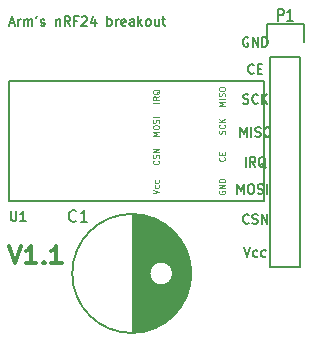
<source format=gto>
G04 #@! TF.FileFunction,Legend,Top*
%FSLAX46Y46*%
G04 Gerber Fmt 4.6, Leading zero omitted, Abs format (unit mm)*
G04 Created by KiCad (PCBNEW 4.0.1-stable) date 2016 July 16, Saturday 18:17:22*
%MOMM*%
G01*
G04 APERTURE LIST*
%ADD10C,0.100000*%
%ADD11C,0.200000*%
%ADD12C,0.300000*%
%ADD13C,0.150000*%
%ADD14C,0.125000*%
G04 APERTURE END LIST*
D10*
D11*
X133147618Y-105543333D02*
X133528570Y-105543333D01*
X133071427Y-105771905D02*
X133338094Y-104971905D01*
X133604761Y-105771905D01*
X133871427Y-105771905D02*
X133871427Y-105238571D01*
X133871427Y-105390952D02*
X133909522Y-105314762D01*
X133947618Y-105276667D01*
X134023808Y-105238571D01*
X134099999Y-105238571D01*
X134366665Y-105771905D02*
X134366665Y-105238571D01*
X134366665Y-105314762D02*
X134404760Y-105276667D01*
X134480951Y-105238571D01*
X134595237Y-105238571D01*
X134671427Y-105276667D01*
X134709522Y-105352857D01*
X134709522Y-105771905D01*
X134709522Y-105352857D02*
X134747618Y-105276667D01*
X134823808Y-105238571D01*
X134938094Y-105238571D01*
X135014284Y-105276667D01*
X135052379Y-105352857D01*
X135052379Y-105771905D01*
X135471427Y-104971905D02*
X135395237Y-105124286D01*
X135776189Y-105733810D02*
X135852379Y-105771905D01*
X136004760Y-105771905D01*
X136080951Y-105733810D01*
X136119046Y-105657619D01*
X136119046Y-105619524D01*
X136080951Y-105543333D01*
X136004760Y-105505238D01*
X135890475Y-105505238D01*
X135814284Y-105467143D01*
X135776189Y-105390952D01*
X135776189Y-105352857D01*
X135814284Y-105276667D01*
X135890475Y-105238571D01*
X136004760Y-105238571D01*
X136080951Y-105276667D01*
X137071427Y-105238571D02*
X137071427Y-105771905D01*
X137071427Y-105314762D02*
X137109522Y-105276667D01*
X137185713Y-105238571D01*
X137299999Y-105238571D01*
X137376189Y-105276667D01*
X137414284Y-105352857D01*
X137414284Y-105771905D01*
X138252380Y-105771905D02*
X137985713Y-105390952D01*
X137795237Y-105771905D02*
X137795237Y-104971905D01*
X138099999Y-104971905D01*
X138176190Y-105010000D01*
X138214285Y-105048095D01*
X138252380Y-105124286D01*
X138252380Y-105238571D01*
X138214285Y-105314762D01*
X138176190Y-105352857D01*
X138099999Y-105390952D01*
X137795237Y-105390952D01*
X138861904Y-105352857D02*
X138595237Y-105352857D01*
X138595237Y-105771905D02*
X138595237Y-104971905D01*
X138976190Y-104971905D01*
X139242856Y-105048095D02*
X139280951Y-105010000D01*
X139357142Y-104971905D01*
X139547618Y-104971905D01*
X139623808Y-105010000D01*
X139661904Y-105048095D01*
X139699999Y-105124286D01*
X139699999Y-105200476D01*
X139661904Y-105314762D01*
X139204761Y-105771905D01*
X139699999Y-105771905D01*
X140385713Y-105238571D02*
X140385713Y-105771905D01*
X140195237Y-104933810D02*
X140004761Y-105505238D01*
X140499999Y-105505238D01*
X141414285Y-105771905D02*
X141414285Y-104971905D01*
X141414285Y-105276667D02*
X141490476Y-105238571D01*
X141642857Y-105238571D01*
X141719047Y-105276667D01*
X141757142Y-105314762D01*
X141795238Y-105390952D01*
X141795238Y-105619524D01*
X141757142Y-105695714D01*
X141719047Y-105733810D01*
X141642857Y-105771905D01*
X141490476Y-105771905D01*
X141414285Y-105733810D01*
X142138095Y-105771905D02*
X142138095Y-105238571D01*
X142138095Y-105390952D02*
X142176190Y-105314762D01*
X142214286Y-105276667D01*
X142290476Y-105238571D01*
X142366667Y-105238571D01*
X142938095Y-105733810D02*
X142861905Y-105771905D01*
X142709524Y-105771905D01*
X142633333Y-105733810D01*
X142595238Y-105657619D01*
X142595238Y-105352857D01*
X142633333Y-105276667D01*
X142709524Y-105238571D01*
X142861905Y-105238571D01*
X142938095Y-105276667D01*
X142976190Y-105352857D01*
X142976190Y-105429048D01*
X142595238Y-105505238D01*
X143661904Y-105771905D02*
X143661904Y-105352857D01*
X143623809Y-105276667D01*
X143547619Y-105238571D01*
X143395238Y-105238571D01*
X143319047Y-105276667D01*
X143661904Y-105733810D02*
X143585714Y-105771905D01*
X143395238Y-105771905D01*
X143319047Y-105733810D01*
X143280952Y-105657619D01*
X143280952Y-105581429D01*
X143319047Y-105505238D01*
X143395238Y-105467143D01*
X143585714Y-105467143D01*
X143661904Y-105429048D01*
X144042857Y-105771905D02*
X144042857Y-104971905D01*
X144119048Y-105467143D02*
X144347619Y-105771905D01*
X144347619Y-105238571D02*
X144042857Y-105543333D01*
X144804762Y-105771905D02*
X144728571Y-105733810D01*
X144690476Y-105695714D01*
X144652381Y-105619524D01*
X144652381Y-105390952D01*
X144690476Y-105314762D01*
X144728571Y-105276667D01*
X144804762Y-105238571D01*
X144919048Y-105238571D01*
X144995238Y-105276667D01*
X145033333Y-105314762D01*
X145071429Y-105390952D01*
X145071429Y-105619524D01*
X145033333Y-105695714D01*
X144995238Y-105733810D01*
X144919048Y-105771905D01*
X144804762Y-105771905D01*
X145757143Y-105238571D02*
X145757143Y-105771905D01*
X145414286Y-105238571D02*
X145414286Y-105657619D01*
X145452381Y-105733810D01*
X145528572Y-105771905D01*
X145642858Y-105771905D01*
X145719048Y-105733810D01*
X145757143Y-105695714D01*
X146023810Y-105238571D02*
X146328572Y-105238571D01*
X146138096Y-104971905D02*
X146138096Y-105657619D01*
X146176191Y-105733810D01*
X146252382Y-105771905D01*
X146328572Y-105771905D01*
D12*
X133096286Y-124400571D02*
X133596286Y-125900571D01*
X134096286Y-124400571D01*
X135382000Y-125900571D02*
X134524857Y-125900571D01*
X134953429Y-125900571D02*
X134953429Y-124400571D01*
X134810572Y-124614857D01*
X134667714Y-124757714D01*
X134524857Y-124829143D01*
X136024857Y-125757714D02*
X136096285Y-125829143D01*
X136024857Y-125900571D01*
X135953428Y-125829143D01*
X136024857Y-125757714D01*
X136024857Y-125900571D01*
X137524857Y-125900571D02*
X136667714Y-125900571D01*
X137096286Y-125900571D02*
X137096286Y-124400571D01*
X136953429Y-124614857D01*
X136810571Y-124757714D01*
X136667714Y-124829143D01*
D11*
X153314477Y-106788000D02*
X153238286Y-106749905D01*
X153124001Y-106749905D01*
X153009715Y-106788000D01*
X152933524Y-106864190D01*
X152895429Y-106940381D01*
X152857334Y-107092762D01*
X152857334Y-107207048D01*
X152895429Y-107359429D01*
X152933524Y-107435619D01*
X153009715Y-107511810D01*
X153124001Y-107549905D01*
X153200191Y-107549905D01*
X153314477Y-107511810D01*
X153352572Y-107473714D01*
X153352572Y-107207048D01*
X153200191Y-107207048D01*
X153695429Y-107549905D02*
X153695429Y-106749905D01*
X154152572Y-107549905D01*
X154152572Y-106749905D01*
X154533524Y-107549905D02*
X154533524Y-106749905D01*
X154724000Y-106749905D01*
X154838286Y-106788000D01*
X154914477Y-106864190D01*
X154952572Y-106940381D01*
X154990667Y-107092762D01*
X154990667Y-107207048D01*
X154952572Y-107359429D01*
X154914477Y-107435619D01*
X154838286Y-107511810D01*
X154724000Y-107549905D01*
X154533524Y-107549905D01*
X153809714Y-109759714D02*
X153771619Y-109797810D01*
X153657333Y-109835905D01*
X153581143Y-109835905D01*
X153466857Y-109797810D01*
X153390666Y-109721619D01*
X153352571Y-109645429D01*
X153314476Y-109493048D01*
X153314476Y-109378762D01*
X153352571Y-109226381D01*
X153390666Y-109150190D01*
X153466857Y-109074000D01*
X153581143Y-109035905D01*
X153657333Y-109035905D01*
X153771619Y-109074000D01*
X153809714Y-109112095D01*
X154152571Y-109416857D02*
X154419238Y-109416857D01*
X154533524Y-109835905D02*
X154152571Y-109835905D01*
X154152571Y-109035905D01*
X154533524Y-109035905D01*
X152895429Y-112337810D02*
X153009715Y-112375905D01*
X153200191Y-112375905D01*
X153276381Y-112337810D01*
X153314477Y-112299714D01*
X153352572Y-112223524D01*
X153352572Y-112147333D01*
X153314477Y-112071143D01*
X153276381Y-112033048D01*
X153200191Y-111994952D01*
X153047810Y-111956857D01*
X152971619Y-111918762D01*
X152933524Y-111880667D01*
X152895429Y-111804476D01*
X152895429Y-111728286D01*
X152933524Y-111652095D01*
X152971619Y-111614000D01*
X153047810Y-111575905D01*
X153238286Y-111575905D01*
X153352572Y-111614000D01*
X154152572Y-112299714D02*
X154114477Y-112337810D01*
X154000191Y-112375905D01*
X153924001Y-112375905D01*
X153809715Y-112337810D01*
X153733524Y-112261619D01*
X153695429Y-112185429D01*
X153657334Y-112033048D01*
X153657334Y-111918762D01*
X153695429Y-111766381D01*
X153733524Y-111690190D01*
X153809715Y-111614000D01*
X153924001Y-111575905D01*
X154000191Y-111575905D01*
X154114477Y-111614000D01*
X154152572Y-111652095D01*
X154495429Y-112375905D02*
X154495429Y-111575905D01*
X154952572Y-112375905D02*
X154609715Y-111918762D01*
X154952572Y-111575905D02*
X154495429Y-112033048D01*
X152666857Y-115169905D02*
X152666857Y-114369905D01*
X152933524Y-114941333D01*
X153200191Y-114369905D01*
X153200191Y-115169905D01*
X153581143Y-115169905D02*
X153581143Y-114369905D01*
X153924000Y-115131810D02*
X154038286Y-115169905D01*
X154228762Y-115169905D01*
X154304952Y-115131810D01*
X154343048Y-115093714D01*
X154381143Y-115017524D01*
X154381143Y-114941333D01*
X154343048Y-114865143D01*
X154304952Y-114827048D01*
X154228762Y-114788952D01*
X154076381Y-114750857D01*
X154000190Y-114712762D01*
X153962095Y-114674667D01*
X153924000Y-114598476D01*
X153924000Y-114522286D01*
X153962095Y-114446095D01*
X154000190Y-114408000D01*
X154076381Y-114369905D01*
X154266857Y-114369905D01*
X154381143Y-114408000D01*
X154876381Y-114369905D02*
X155028762Y-114369905D01*
X155104953Y-114408000D01*
X155181143Y-114484190D01*
X155219238Y-114636571D01*
X155219238Y-114903238D01*
X155181143Y-115055619D01*
X155104953Y-115131810D01*
X155028762Y-115169905D01*
X154876381Y-115169905D01*
X154800191Y-115131810D01*
X154724000Y-115055619D01*
X154685905Y-114903238D01*
X154685905Y-114636571D01*
X154724000Y-114484190D01*
X154800191Y-114408000D01*
X154876381Y-114369905D01*
X153104953Y-117709905D02*
X153104953Y-116909905D01*
X153943048Y-117709905D02*
X153676381Y-117328952D01*
X153485905Y-117709905D02*
X153485905Y-116909905D01*
X153790667Y-116909905D01*
X153866858Y-116948000D01*
X153904953Y-116986095D01*
X153943048Y-117062286D01*
X153943048Y-117176571D01*
X153904953Y-117252762D01*
X153866858Y-117290857D01*
X153790667Y-117328952D01*
X153485905Y-117328952D01*
X154819239Y-117786095D02*
X154743048Y-117748000D01*
X154666858Y-117671810D01*
X154552572Y-117557524D01*
X154476381Y-117519429D01*
X154400191Y-117519429D01*
X154438286Y-117709905D02*
X154362096Y-117671810D01*
X154285905Y-117595619D01*
X154247810Y-117443238D01*
X154247810Y-117176571D01*
X154285905Y-117024190D01*
X154362096Y-116948000D01*
X154438286Y-116909905D01*
X154590667Y-116909905D01*
X154666858Y-116948000D01*
X154743048Y-117024190D01*
X154781143Y-117176571D01*
X154781143Y-117443238D01*
X154743048Y-117595619D01*
X154666858Y-117671810D01*
X154590667Y-117709905D01*
X154438286Y-117709905D01*
X152412857Y-119995905D02*
X152412857Y-119195905D01*
X152679524Y-119767333D01*
X152946191Y-119195905D01*
X152946191Y-119995905D01*
X153479524Y-119195905D02*
X153631905Y-119195905D01*
X153708096Y-119234000D01*
X153784286Y-119310190D01*
X153822381Y-119462571D01*
X153822381Y-119729238D01*
X153784286Y-119881619D01*
X153708096Y-119957810D01*
X153631905Y-119995905D01*
X153479524Y-119995905D01*
X153403334Y-119957810D01*
X153327143Y-119881619D01*
X153289048Y-119729238D01*
X153289048Y-119462571D01*
X153327143Y-119310190D01*
X153403334Y-119234000D01*
X153479524Y-119195905D01*
X154127143Y-119957810D02*
X154241429Y-119995905D01*
X154431905Y-119995905D01*
X154508095Y-119957810D01*
X154546191Y-119919714D01*
X154584286Y-119843524D01*
X154584286Y-119767333D01*
X154546191Y-119691143D01*
X154508095Y-119653048D01*
X154431905Y-119614952D01*
X154279524Y-119576857D01*
X154203333Y-119538762D01*
X154165238Y-119500667D01*
X154127143Y-119424476D01*
X154127143Y-119348286D01*
X154165238Y-119272095D01*
X154203333Y-119234000D01*
X154279524Y-119195905D01*
X154470000Y-119195905D01*
X154584286Y-119234000D01*
X154927143Y-119995905D02*
X154927143Y-119195905D01*
X153371619Y-122459714D02*
X153333524Y-122497810D01*
X153219238Y-122535905D01*
X153143048Y-122535905D01*
X153028762Y-122497810D01*
X152952571Y-122421619D01*
X152914476Y-122345429D01*
X152876381Y-122193048D01*
X152876381Y-122078762D01*
X152914476Y-121926381D01*
X152952571Y-121850190D01*
X153028762Y-121774000D01*
X153143048Y-121735905D01*
X153219238Y-121735905D01*
X153333524Y-121774000D01*
X153371619Y-121812095D01*
X153676381Y-122497810D02*
X153790667Y-122535905D01*
X153981143Y-122535905D01*
X154057333Y-122497810D01*
X154095429Y-122459714D01*
X154133524Y-122383524D01*
X154133524Y-122307333D01*
X154095429Y-122231143D01*
X154057333Y-122193048D01*
X153981143Y-122154952D01*
X153828762Y-122116857D01*
X153752571Y-122078762D01*
X153714476Y-122040667D01*
X153676381Y-121964476D01*
X153676381Y-121888286D01*
X153714476Y-121812095D01*
X153752571Y-121774000D01*
X153828762Y-121735905D01*
X154019238Y-121735905D01*
X154133524Y-121774000D01*
X154476381Y-122535905D02*
X154476381Y-121735905D01*
X154933524Y-122535905D01*
X154933524Y-121735905D01*
X152971619Y-124529905D02*
X153238286Y-125329905D01*
X153504953Y-124529905D01*
X154114476Y-125291810D02*
X154038286Y-125329905D01*
X153885905Y-125329905D01*
X153809714Y-125291810D01*
X153771619Y-125253714D01*
X153733524Y-125177524D01*
X153733524Y-124948952D01*
X153771619Y-124872762D01*
X153809714Y-124834667D01*
X153885905Y-124796571D01*
X154038286Y-124796571D01*
X154114476Y-124834667D01*
X154800190Y-125291810D02*
X154724000Y-125329905D01*
X154571619Y-125329905D01*
X154495428Y-125291810D01*
X154457333Y-125253714D01*
X154419238Y-125177524D01*
X154419238Y-124948952D01*
X154457333Y-124872762D01*
X154495428Y-124834667D01*
X154571619Y-124796571D01*
X154724000Y-124796571D01*
X154800190Y-124834667D01*
D13*
X157734000Y-108458000D02*
X157734000Y-126238000D01*
X157734000Y-126238000D02*
X155194000Y-126238000D01*
X155194000Y-126238000D02*
X155194000Y-108458000D01*
X158014000Y-105638000D02*
X158014000Y-107188000D01*
X157734000Y-108458000D02*
X155194000Y-108458000D01*
X154914000Y-107188000D02*
X154914000Y-105638000D01*
X154914000Y-105638000D02*
X158014000Y-105638000D01*
X154686000Y-110490000D02*
X154686000Y-120650000D01*
X154686000Y-120650000D02*
X133096000Y-120650000D01*
X133096000Y-120650000D02*
X133096000Y-110490000D01*
X153416000Y-110490000D02*
X154686000Y-110490000D01*
X150876000Y-110490000D02*
X153416000Y-110490000D01*
X133096000Y-110490000D02*
X150876000Y-110490000D01*
X143545000Y-121747000D02*
X143545000Y-131745000D01*
X143685000Y-121751000D02*
X143685000Y-131741000D01*
X143825000Y-121759000D02*
X143825000Y-131733000D01*
X143965000Y-121771000D02*
X143965000Y-131721000D01*
X144105000Y-121786000D02*
X144105000Y-131706000D01*
X144245000Y-121806000D02*
X144245000Y-131686000D01*
X144385000Y-121830000D02*
X144385000Y-131662000D01*
X144525000Y-121859000D02*
X144525000Y-131633000D01*
X144665000Y-121891000D02*
X144665000Y-131601000D01*
X144805000Y-121928000D02*
X144805000Y-131564000D01*
X144945000Y-121969000D02*
X144945000Y-131523000D01*
X145085000Y-122014000D02*
X145085000Y-126280000D01*
X145085000Y-127212000D02*
X145085000Y-131478000D01*
X145225000Y-122064000D02*
X145225000Y-126079000D01*
X145225000Y-127413000D02*
X145225000Y-131428000D01*
X145365000Y-122119000D02*
X145365000Y-125950000D01*
X145365000Y-127542000D02*
X145365000Y-131373000D01*
X145505000Y-122179000D02*
X145505000Y-125861000D01*
X145505000Y-127631000D02*
X145505000Y-131313000D01*
X145645000Y-122244000D02*
X145645000Y-125800000D01*
X145645000Y-127692000D02*
X145645000Y-131248000D01*
X145785000Y-122314000D02*
X145785000Y-125763000D01*
X145785000Y-127729000D02*
X145785000Y-131178000D01*
X145925000Y-122390000D02*
X145925000Y-125747000D01*
X145925000Y-127745000D02*
X145925000Y-131102000D01*
X146065000Y-122472000D02*
X146065000Y-125751000D01*
X146065000Y-127741000D02*
X146065000Y-131020000D01*
X146205000Y-122560000D02*
X146205000Y-125774000D01*
X146205000Y-127718000D02*
X146205000Y-130932000D01*
X146345000Y-122655000D02*
X146345000Y-125819000D01*
X146345000Y-127673000D02*
X146345000Y-130837000D01*
X146485000Y-122757000D02*
X146485000Y-125889000D01*
X146485000Y-127603000D02*
X146485000Y-130735000D01*
X146625000Y-122867000D02*
X146625000Y-125990000D01*
X146625000Y-127502000D02*
X146625000Y-130625000D01*
X146765000Y-122985000D02*
X146765000Y-126139000D01*
X146765000Y-127353000D02*
X146765000Y-130507000D01*
X146905000Y-123113000D02*
X146905000Y-126391000D01*
X146905000Y-127101000D02*
X146905000Y-130379000D01*
X147045000Y-123250000D02*
X147045000Y-130242000D01*
X147185000Y-123400000D02*
X147185000Y-130092000D01*
X147325000Y-123562000D02*
X147325000Y-129930000D01*
X147465000Y-123739000D02*
X147465000Y-129753000D01*
X147605000Y-123935000D02*
X147605000Y-129557000D01*
X147745000Y-124153000D02*
X147745000Y-129339000D01*
X147885000Y-124399000D02*
X147885000Y-129093000D01*
X148025000Y-124684000D02*
X148025000Y-128808000D01*
X148165000Y-125026000D02*
X148165000Y-128466000D01*
X148305000Y-125472000D02*
X148305000Y-128020000D01*
X148445000Y-126247000D02*
X148445000Y-127245000D01*
X146970000Y-126746000D02*
G75*
G03X146970000Y-126746000I-1000000J0D01*
G01*
X148507500Y-126746000D02*
G75*
G03X148507500Y-126746000I-5037500J0D01*
G01*
X155873524Y-105354381D02*
X155873524Y-104354381D01*
X156178286Y-104354381D01*
X156254477Y-104402000D01*
X156292572Y-104449619D01*
X156330667Y-104544857D01*
X156330667Y-104687714D01*
X156292572Y-104782952D01*
X156254477Y-104830571D01*
X156178286Y-104878190D01*
X155873524Y-104878190D01*
X157092572Y-105354381D02*
X156635429Y-105354381D01*
X156864000Y-105354381D02*
X156864000Y-104354381D01*
X156787810Y-104497238D01*
X156711619Y-104592476D01*
X156635429Y-104640095D01*
X133248476Y-121481905D02*
X133248476Y-122129524D01*
X133286571Y-122205714D01*
X133324667Y-122243810D01*
X133400857Y-122281905D01*
X133553238Y-122281905D01*
X133629429Y-122243810D01*
X133667524Y-122205714D01*
X133705619Y-122129524D01*
X133705619Y-121481905D01*
X134505619Y-122281905D02*
X134048476Y-122281905D01*
X134277047Y-122281905D02*
X134277047Y-121481905D01*
X134200857Y-121596190D01*
X134124666Y-121672381D01*
X134048476Y-121710476D01*
D14*
X145268190Y-119975237D02*
X145768190Y-119808570D01*
X145268190Y-119641904D01*
X145744381Y-119260952D02*
X145768190Y-119308571D01*
X145768190Y-119403809D01*
X145744381Y-119451428D01*
X145720571Y-119475237D01*
X145672952Y-119499047D01*
X145530095Y-119499047D01*
X145482476Y-119475237D01*
X145458667Y-119451428D01*
X145434857Y-119403809D01*
X145434857Y-119308571D01*
X145458667Y-119260952D01*
X145744381Y-118832381D02*
X145768190Y-118880000D01*
X145768190Y-118975238D01*
X145744381Y-119022857D01*
X145720571Y-119046666D01*
X145672952Y-119070476D01*
X145530095Y-119070476D01*
X145482476Y-119046666D01*
X145458667Y-119022857D01*
X145434857Y-118975238D01*
X145434857Y-118880000D01*
X145458667Y-118832381D01*
X145720571Y-117185238D02*
X145744381Y-117209048D01*
X145768190Y-117280476D01*
X145768190Y-117328095D01*
X145744381Y-117399524D01*
X145696762Y-117447143D01*
X145649143Y-117470952D01*
X145553905Y-117494762D01*
X145482476Y-117494762D01*
X145387238Y-117470952D01*
X145339619Y-117447143D01*
X145292000Y-117399524D01*
X145268190Y-117328095D01*
X145268190Y-117280476D01*
X145292000Y-117209048D01*
X145315810Y-117185238D01*
X145744381Y-116994762D02*
X145768190Y-116923333D01*
X145768190Y-116804286D01*
X145744381Y-116756667D01*
X145720571Y-116732857D01*
X145672952Y-116709048D01*
X145625333Y-116709048D01*
X145577714Y-116732857D01*
X145553905Y-116756667D01*
X145530095Y-116804286D01*
X145506286Y-116899524D01*
X145482476Y-116947143D01*
X145458667Y-116970952D01*
X145411048Y-116994762D01*
X145363429Y-116994762D01*
X145315810Y-116970952D01*
X145292000Y-116947143D01*
X145268190Y-116899524D01*
X145268190Y-116780476D01*
X145292000Y-116709048D01*
X145768190Y-116494762D02*
X145268190Y-116494762D01*
X145768190Y-116209048D01*
X145268190Y-116209048D01*
X145768190Y-115085714D02*
X145268190Y-115085714D01*
X145625333Y-114919048D01*
X145268190Y-114752381D01*
X145768190Y-114752381D01*
X145268190Y-114419047D02*
X145268190Y-114323809D01*
X145292000Y-114276190D01*
X145339619Y-114228571D01*
X145434857Y-114204762D01*
X145601524Y-114204762D01*
X145696762Y-114228571D01*
X145744381Y-114276190D01*
X145768190Y-114323809D01*
X145768190Y-114419047D01*
X145744381Y-114466666D01*
X145696762Y-114514285D01*
X145601524Y-114538095D01*
X145434857Y-114538095D01*
X145339619Y-114514285D01*
X145292000Y-114466666D01*
X145268190Y-114419047D01*
X145744381Y-114014285D02*
X145768190Y-113942856D01*
X145768190Y-113823809D01*
X145744381Y-113776190D01*
X145720571Y-113752380D01*
X145672952Y-113728571D01*
X145625333Y-113728571D01*
X145577714Y-113752380D01*
X145553905Y-113776190D01*
X145530095Y-113823809D01*
X145506286Y-113919047D01*
X145482476Y-113966666D01*
X145458667Y-113990475D01*
X145411048Y-114014285D01*
X145363429Y-114014285D01*
X145315810Y-113990475D01*
X145292000Y-113966666D01*
X145268190Y-113919047D01*
X145268190Y-113799999D01*
X145292000Y-113728571D01*
X145768190Y-113514285D02*
X145268190Y-113514285D01*
X145768190Y-112271904D02*
X145268190Y-112271904D01*
X145768190Y-111748095D02*
X145530095Y-111914762D01*
X145768190Y-112033809D02*
X145268190Y-112033809D01*
X145268190Y-111843333D01*
X145292000Y-111795714D01*
X145315810Y-111771905D01*
X145363429Y-111748095D01*
X145434857Y-111748095D01*
X145482476Y-111771905D01*
X145506286Y-111795714D01*
X145530095Y-111843333D01*
X145530095Y-112033809D01*
X145815810Y-111200476D02*
X145792000Y-111248095D01*
X145744381Y-111295714D01*
X145672952Y-111367143D01*
X145649143Y-111414762D01*
X145649143Y-111462381D01*
X145768190Y-111438571D02*
X145744381Y-111486190D01*
X145696762Y-111533809D01*
X145601524Y-111557619D01*
X145434857Y-111557619D01*
X145339619Y-111533809D01*
X145292000Y-111486190D01*
X145268190Y-111438571D01*
X145268190Y-111343333D01*
X145292000Y-111295714D01*
X145339619Y-111248095D01*
X145434857Y-111224286D01*
X145601524Y-111224286D01*
X145696762Y-111248095D01*
X145744381Y-111295714D01*
X145768190Y-111343333D01*
X145768190Y-111438571D01*
X151356190Y-112545714D02*
X150856190Y-112545714D01*
X151213333Y-112379048D01*
X150856190Y-112212381D01*
X151356190Y-112212381D01*
X151356190Y-111974285D02*
X150856190Y-111974285D01*
X151332381Y-111760000D02*
X151356190Y-111688571D01*
X151356190Y-111569524D01*
X151332381Y-111521905D01*
X151308571Y-111498095D01*
X151260952Y-111474286D01*
X151213333Y-111474286D01*
X151165714Y-111498095D01*
X151141905Y-111521905D01*
X151118095Y-111569524D01*
X151094286Y-111664762D01*
X151070476Y-111712381D01*
X151046667Y-111736190D01*
X150999048Y-111760000D01*
X150951429Y-111760000D01*
X150903810Y-111736190D01*
X150880000Y-111712381D01*
X150856190Y-111664762D01*
X150856190Y-111545714D01*
X150880000Y-111474286D01*
X150856190Y-111164762D02*
X150856190Y-111069524D01*
X150880000Y-111021905D01*
X150927619Y-110974286D01*
X151022857Y-110950477D01*
X151189524Y-110950477D01*
X151284762Y-110974286D01*
X151332381Y-111021905D01*
X151356190Y-111069524D01*
X151356190Y-111164762D01*
X151332381Y-111212381D01*
X151284762Y-111260000D01*
X151189524Y-111283810D01*
X151022857Y-111283810D01*
X150927619Y-111260000D01*
X150880000Y-111212381D01*
X150856190Y-111164762D01*
X151332381Y-114942857D02*
X151356190Y-114871428D01*
X151356190Y-114752381D01*
X151332381Y-114704762D01*
X151308571Y-114680952D01*
X151260952Y-114657143D01*
X151213333Y-114657143D01*
X151165714Y-114680952D01*
X151141905Y-114704762D01*
X151118095Y-114752381D01*
X151094286Y-114847619D01*
X151070476Y-114895238D01*
X151046667Y-114919047D01*
X150999048Y-114942857D01*
X150951429Y-114942857D01*
X150903810Y-114919047D01*
X150880000Y-114895238D01*
X150856190Y-114847619D01*
X150856190Y-114728571D01*
X150880000Y-114657143D01*
X151308571Y-114157143D02*
X151332381Y-114180953D01*
X151356190Y-114252381D01*
X151356190Y-114300000D01*
X151332381Y-114371429D01*
X151284762Y-114419048D01*
X151237143Y-114442857D01*
X151141905Y-114466667D01*
X151070476Y-114466667D01*
X150975238Y-114442857D01*
X150927619Y-114419048D01*
X150880000Y-114371429D01*
X150856190Y-114300000D01*
X150856190Y-114252381D01*
X150880000Y-114180953D01*
X150903810Y-114157143D01*
X151356190Y-113942857D02*
X150856190Y-113942857D01*
X151356190Y-113657143D02*
X151070476Y-113871429D01*
X150856190Y-113657143D02*
X151141905Y-113942857D01*
X151308571Y-116911428D02*
X151332381Y-116935238D01*
X151356190Y-117006666D01*
X151356190Y-117054285D01*
X151332381Y-117125714D01*
X151284762Y-117173333D01*
X151237143Y-117197142D01*
X151141905Y-117220952D01*
X151070476Y-117220952D01*
X150975238Y-117197142D01*
X150927619Y-117173333D01*
X150880000Y-117125714D01*
X150856190Y-117054285D01*
X150856190Y-117006666D01*
X150880000Y-116935238D01*
X150903810Y-116911428D01*
X151094286Y-116697142D02*
X151094286Y-116530476D01*
X151356190Y-116459047D02*
X151356190Y-116697142D01*
X150856190Y-116697142D01*
X150856190Y-116459047D01*
X150880000Y-119760953D02*
X150856190Y-119808572D01*
X150856190Y-119880000D01*
X150880000Y-119951429D01*
X150927619Y-119999048D01*
X150975238Y-120022857D01*
X151070476Y-120046667D01*
X151141905Y-120046667D01*
X151237143Y-120022857D01*
X151284762Y-119999048D01*
X151332381Y-119951429D01*
X151356190Y-119880000D01*
X151356190Y-119832381D01*
X151332381Y-119760953D01*
X151308571Y-119737143D01*
X151141905Y-119737143D01*
X151141905Y-119832381D01*
X151356190Y-119522857D02*
X150856190Y-119522857D01*
X151356190Y-119237143D01*
X150856190Y-119237143D01*
X151356190Y-118999047D02*
X150856190Y-118999047D01*
X150856190Y-118880000D01*
X150880000Y-118808571D01*
X150927619Y-118760952D01*
X150975238Y-118737143D01*
X151070476Y-118713333D01*
X151141905Y-118713333D01*
X151237143Y-118737143D01*
X151284762Y-118760952D01*
X151332381Y-118808571D01*
X151356190Y-118880000D01*
X151356190Y-118999047D01*
D13*
X138771334Y-122277143D02*
X138723715Y-122324762D01*
X138580858Y-122372381D01*
X138485620Y-122372381D01*
X138342762Y-122324762D01*
X138247524Y-122229524D01*
X138199905Y-122134286D01*
X138152286Y-121943810D01*
X138152286Y-121800952D01*
X138199905Y-121610476D01*
X138247524Y-121515238D01*
X138342762Y-121420000D01*
X138485620Y-121372381D01*
X138580858Y-121372381D01*
X138723715Y-121420000D01*
X138771334Y-121467619D01*
X139723715Y-122372381D02*
X139152286Y-122372381D01*
X139438000Y-122372381D02*
X139438000Y-121372381D01*
X139342762Y-121515238D01*
X139247524Y-121610476D01*
X139152286Y-121658095D01*
M02*

</source>
